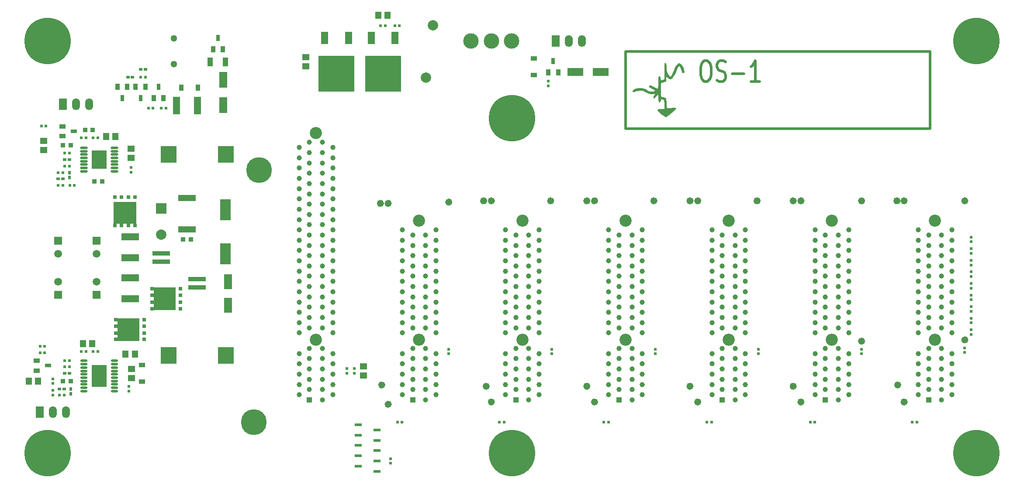
<source format=gts>
G04 #@! TF.FileFunction,Soldermask,Top*
%FSLAX46Y46*%
G04 Gerber Fmt 4.6, Leading zero omitted, Abs format (unit mm)*
G04 Created by KiCad (PCBNEW (2015-02-06 BZR 5407)-product) date Mon 09 Feb 2015 10:46:46 PM EST*
%MOMM*%
G01*
G04 APERTURE LIST*
%ADD10C,0.100000*%
%ADD11C,0.700000*%
%ADD12C,0.500000*%
%ADD13C,0.002540*%
%ADD14C,2.350000*%
%ADD15C,1.000000*%
%ADD16R,1.000000X1.000000*%
%ADD17C,2.000000*%
%ADD18R,3.100000X3.300000*%
%ADD19C,3.000000*%
%ADD20R,1.200000X0.900000*%
%ADD21R,0.900000X0.950000*%
%ADD22R,1.150000X1.450000*%
%ADD23R,1.450000X1.150000*%
%ADD24R,0.650000X0.600000*%
%ADD25R,0.600000X0.650000*%
%ADD26R,1.600000X3.000000*%
%ADD27R,2.100000X4.100000*%
%ADD28R,1.600000X3.150000*%
%ADD29R,0.900000X1.200000*%
%ADD30R,0.900000X1.300000*%
%ADD31R,0.800000X1.300000*%
%ADD32C,9.000000*%
%ADD33R,1.450000X2.450000*%
%ADD34R,6.950000X6.950000*%
%ADD35R,1.300000X0.900000*%
%ADD36R,1.300000X0.800000*%
%ADD37R,0.600000X0.600000*%
%ADD38R,3.450000X0.950000*%
%ADD39R,1.050000X1.800000*%
%ADD40R,3.500000X1.400000*%
%ADD41R,1.400000X3.500000*%
%ADD42R,1.450000X0.600000*%
%ADD43R,1.998980X1.998980*%
%ADD44C,1.998980*%
%ADD45R,1.524000X2.286000*%
%ADD46O,1.524000X2.286000*%
%ADD47R,3.150000X1.600000*%
%ADD48R,1.500000X1.500000*%
%ADD49C,1.500000*%
%ADD50R,4.295000X4.510000*%
%ADD51R,0.675000X0.675000*%
%ADD52R,0.655000X0.675000*%
%ADD53R,0.750000X0.675000*%
%ADD54R,4.510000X4.295000*%
%ADD55R,0.675000X0.655000*%
%ADD56R,0.675000X0.750000*%
%ADD57C,1.300000*%
%ADD58O,1.450000X0.450000*%
%ADD59R,3.000000X4.200000*%
%ADD60O,1.500000X0.450000*%
%ADD61R,2.900000X3.550000*%
%ADD62R,3.400000X1.250000*%
%ADD63C,5.000000*%
G04 APERTURE END LIST*
D10*
D11*
X213103553Y-123000000D02*
G75*
G03X213103553Y-123000000I-353553J0D01*
G01*
X193103553Y-123250000D02*
G75*
G03X193103553Y-123250000I-353553J0D01*
G01*
X199953553Y-96000000D02*
G75*
G03X199953553Y-96000000I-353553J0D01*
G01*
X193103553Y-96000000D02*
G75*
G03X193103553Y-96000000I-353553J0D01*
G01*
X201353553Y-96000000D02*
G75*
G03X201353553Y-96000000I-353553J0D01*
G01*
X213103553Y-96000000D02*
G75*
G03X213103553Y-96000000I-353553J0D01*
G01*
X181353553Y-96000000D02*
G75*
G03X181353553Y-96000000I-353553J0D01*
G01*
X179853553Y-96000000D02*
G75*
G03X179853553Y-96000000I-353553J0D01*
G01*
X113103553Y-96250000D02*
G75*
G03X113103553Y-96250000I-353553J0D01*
G01*
X119853553Y-96000000D02*
G75*
G03X119853553Y-96000000I-353553J0D01*
G01*
X132853553Y-96000000D02*
G75*
G03X132853553Y-96000000I-353553J0D01*
G01*
X121353553Y-96000000D02*
G75*
G03X121353553Y-96000000I-353553J0D01*
G01*
X152853553Y-96000000D02*
G75*
G03X152853553Y-96000000I-353553J0D01*
G01*
X159853553Y-96000000D02*
G75*
G03X159853553Y-96000000I-353553J0D01*
G01*
X141353553Y-96000000D02*
G75*
G03X141353553Y-96000000I-353553J0D01*
G01*
X139853553Y-96000000D02*
G75*
G03X139853553Y-96000000I-353553J0D01*
G01*
X161353553Y-96000000D02*
G75*
G03X161353553Y-96000000I-353553J0D01*
G01*
X172853553Y-96000000D02*
G75*
G03X172853553Y-96000000I-353553J0D01*
G01*
X141353553Y-135050000D02*
G75*
G03X141353553Y-135050000I-353553J0D01*
G01*
X159853553Y-132000000D02*
G75*
G03X159853553Y-132000000I-353553J0D01*
G01*
X99853553Y-96500000D02*
G75*
G03X99853553Y-96500000I-353553J0D01*
G01*
X101353553Y-96500000D02*
G75*
G03X101353553Y-96500000I-353553J0D01*
G01*
X201353553Y-135050000D02*
G75*
G03X201353553Y-135050000I-353553J0D01*
G01*
X200103553Y-131750000D02*
G75*
G03X200103553Y-131750000I-353553J0D01*
G01*
X101353553Y-135500000D02*
G75*
G03X101353553Y-135500000I-353553J0D01*
G01*
X161353553Y-135050000D02*
G75*
G03X161353553Y-135050000I-353553J0D01*
G01*
X181353553Y-135050000D02*
G75*
G03X181353553Y-135050000I-353553J0D01*
G01*
X179853553Y-132000000D02*
G75*
G03X179853553Y-132000000I-353553J0D01*
G01*
X120353553Y-132000000D02*
G75*
G03X120353553Y-132000000I-353553J0D01*
G01*
X100103553Y-131750000D02*
G75*
G03X100103553Y-131750000I-353553J0D01*
G01*
X121353553Y-135050000D02*
G75*
G03X121353553Y-135050000I-353553J0D01*
G01*
X139853553Y-132000000D02*
G75*
G03X139853553Y-132000000I-353553J0D01*
G01*
D12*
X147000000Y-82000000D02*
X206000000Y-82000000D01*
X147000000Y-67000000D02*
X147000000Y-82000000D01*
X206000000Y-67000000D02*
X147000000Y-67000000D01*
X206000000Y-82000000D02*
X206000000Y-67000000D01*
X162285714Y-68809524D02*
X162857143Y-68809524D01*
X163142857Y-69000000D01*
X163428571Y-69380952D01*
X163571429Y-70142857D01*
X163571429Y-71476190D01*
X163428571Y-72238095D01*
X163142857Y-72619048D01*
X162857143Y-72809524D01*
X162285714Y-72809524D01*
X162000000Y-72619048D01*
X161714286Y-72238095D01*
X161571429Y-71476190D01*
X161571429Y-70142857D01*
X161714286Y-69380952D01*
X162000000Y-69000000D01*
X162285714Y-68809524D01*
X164714286Y-72619048D02*
X165142857Y-72809524D01*
X165857143Y-72809524D01*
X166142857Y-72619048D01*
X166285714Y-72428571D01*
X166428571Y-72047619D01*
X166428571Y-71666667D01*
X166285714Y-71285714D01*
X166142857Y-71095238D01*
X165857143Y-70904762D01*
X165285714Y-70714286D01*
X165000000Y-70523810D01*
X164857143Y-70333333D01*
X164714286Y-69952381D01*
X164714286Y-69571429D01*
X164857143Y-69190476D01*
X165000000Y-69000000D01*
X165285714Y-68809524D01*
X166000000Y-68809524D01*
X166428571Y-69000000D01*
X167714286Y-71285714D02*
X170000000Y-71285714D01*
X173000000Y-72809524D02*
X171285715Y-72809524D01*
X172142857Y-72809524D02*
X172142857Y-68809524D01*
X171857143Y-69380952D01*
X171571429Y-69761905D01*
X171285715Y-69952381D01*
D13*
G36*
X158326000Y-70916060D02*
X158275200Y-71078620D01*
X158158360Y-71124340D01*
X158031360Y-71058300D01*
X157942460Y-70885580D01*
X157939920Y-70880500D01*
X157845940Y-70524900D01*
X157724020Y-70197240D01*
X157594480Y-69943240D01*
X157508120Y-69831480D01*
X157398900Y-69775600D01*
X157289680Y-69831480D01*
X157183000Y-69945780D01*
X157035680Y-70164220D01*
X156893440Y-70451240D01*
X156845180Y-70578240D01*
X156733420Y-70862720D01*
X156578480Y-71223400D01*
X156415920Y-71581540D01*
X156410840Y-71591700D01*
X156169540Y-72008260D01*
X155925700Y-72259720D01*
X155671700Y-72341000D01*
X155402460Y-72257180D01*
X155120520Y-72008260D01*
X155084960Y-71965080D01*
X154861440Y-71703460D01*
X154836040Y-72229240D01*
X154813180Y-72755020D01*
X154282320Y-72922660D01*
X153754000Y-73092840D01*
X153754000Y-74421260D01*
X153754000Y-75752220D01*
X153987680Y-75808100D01*
X154234060Y-75869060D01*
X154513460Y-75940180D01*
X154526160Y-75942720D01*
X154830960Y-76024000D01*
X154874140Y-76999360D01*
X154894460Y-77390520D01*
X154917320Y-77713100D01*
X154940180Y-77934080D01*
X154957960Y-78017900D01*
X155057020Y-78030600D01*
X155280540Y-78022980D01*
X155592960Y-78000120D01*
X155752980Y-77987420D01*
X156174620Y-77949320D01*
X156456560Y-77941700D01*
X156621660Y-77967100D01*
X156700400Y-78025520D01*
X156718180Y-78104260D01*
X156652140Y-78200780D01*
X156481960Y-78373500D01*
X156233040Y-78594480D01*
X155935860Y-78845940D01*
X155618360Y-79097400D01*
X155313560Y-79331080D01*
X155051940Y-79516500D01*
X154858900Y-79635880D01*
X154780160Y-79663820D01*
X154658240Y-79615560D01*
X154437260Y-79480940D01*
X154150240Y-79287900D01*
X153898780Y-79102480D01*
X153581280Y-78845940D01*
X153337440Y-78624960D01*
X153190120Y-78459860D01*
X153162180Y-78393820D01*
X153243460Y-78276980D01*
X153479680Y-78193160D01*
X153865760Y-78149980D01*
X154155320Y-78142360D01*
X154516000Y-78139820D01*
X154516000Y-77255900D01*
X154510920Y-76887600D01*
X154495680Y-76587880D01*
X154472820Y-76392300D01*
X154452500Y-76336420D01*
X154333120Y-76298320D01*
X154122300Y-76252600D01*
X154071500Y-76242440D01*
X153865760Y-76214500D01*
X153774320Y-76250060D01*
X153754000Y-76379600D01*
X153754000Y-76445640D01*
X153710820Y-76638680D01*
X153609220Y-76768220D01*
X153489840Y-76791080D01*
X153449200Y-76763140D01*
X153426340Y-76666620D01*
X153395860Y-76438020D01*
X153365380Y-76117980D01*
X153347600Y-75886840D01*
X153289180Y-75051180D01*
X153007240Y-75536320D01*
X152798960Y-75851280D01*
X152628780Y-76006220D01*
X152562740Y-76024000D01*
X152428120Y-75965580D01*
X152412880Y-75805560D01*
X152511940Y-75564260D01*
X152567820Y-75472820D01*
X152697360Y-75262000D01*
X152710060Y-75160400D01*
X152590680Y-75152780D01*
X152384940Y-75198500D01*
X151960760Y-75239140D01*
X151501020Y-75137540D01*
X150987940Y-74896240D01*
X150863480Y-74822580D01*
X150325000Y-74581280D01*
X149768740Y-74505080D01*
X149189620Y-74599060D01*
X149011820Y-74660020D01*
X148684160Y-74779400D01*
X148480960Y-74825120D01*
X148374280Y-74804800D01*
X148336180Y-74710820D01*
X148336180Y-74665100D01*
X148417460Y-74502540D01*
X148666380Y-74355220D01*
X149070240Y-74220600D01*
X149458860Y-74136780D01*
X149977020Y-74096140D01*
X150472320Y-74185040D01*
X150987940Y-74411100D01*
X151168280Y-74515240D01*
X151460380Y-74670180D01*
X151752480Y-74781940D01*
X151899800Y-74817500D01*
X152136020Y-74820040D01*
X152390020Y-74784480D01*
X152611000Y-74720980D01*
X152753240Y-74644780D01*
X152773560Y-74576200D01*
X152679580Y-74500000D01*
X152473840Y-74378080D01*
X152196980Y-74228220D01*
X152138560Y-74200280D01*
X151810900Y-74022480D01*
X151622940Y-73880240D01*
X151554360Y-73758320D01*
X151551820Y-73735460D01*
X151579760Y-73618620D01*
X151678820Y-73580520D01*
X151864240Y-73621160D01*
X152153800Y-73748160D01*
X152539880Y-73948820D01*
X152847220Y-74113920D01*
X153096140Y-74243460D01*
X153251080Y-74317120D01*
X153284100Y-74329820D01*
X153301880Y-74251080D01*
X153317120Y-74030100D01*
X153332360Y-73699900D01*
X153345060Y-73290960D01*
X153350140Y-73082680D01*
X153360300Y-72597540D01*
X153373000Y-72257180D01*
X153390780Y-72036200D01*
X153418720Y-71909200D01*
X153459360Y-71850780D01*
X153520320Y-71833000D01*
X153543180Y-71833000D01*
X153647320Y-71860940D01*
X153705740Y-71967620D01*
X153733680Y-72201300D01*
X153736220Y-72234320D01*
X153761620Y-72468000D01*
X153794640Y-72615320D01*
X153812420Y-72635640D01*
X153916560Y-72615320D01*
X154119760Y-72559440D01*
X154188340Y-72539120D01*
X154516000Y-72440060D01*
X154516000Y-70844940D01*
X154516000Y-70288680D01*
X154521080Y-69879740D01*
X154528700Y-69595260D01*
X154546480Y-69412380D01*
X154574420Y-69308240D01*
X154612520Y-69262520D01*
X154668400Y-69249820D01*
X154686180Y-69249820D01*
X154767460Y-69265060D01*
X154818260Y-69328560D01*
X154843660Y-69475880D01*
X154853820Y-69740040D01*
X154853820Y-69948320D01*
X154863980Y-70342020D01*
X154902080Y-70636660D01*
X154985900Y-70903360D01*
X155095120Y-71154820D01*
X155250060Y-71444380D01*
X155405000Y-71688220D01*
X155511680Y-71817760D01*
X155641220Y-71916820D01*
X155737740Y-71901580D01*
X155854580Y-71787280D01*
X155956180Y-71632340D01*
X156090800Y-71360560D01*
X156240660Y-71017660D01*
X156334640Y-70778900D01*
X156596260Y-70161680D01*
X156852800Y-69717180D01*
X157109340Y-69437780D01*
X157363340Y-69328560D01*
X157617340Y-69389520D01*
X157851020Y-69592720D01*
X158018660Y-69864500D01*
X158173600Y-70227720D01*
X158285360Y-70606180D01*
X158326000Y-70916060D01*
X158326000Y-70916060D01*
X158326000Y-70916060D01*
G37*
X158326000Y-70916060D02*
X158275200Y-71078620D01*
X158158360Y-71124340D01*
X158031360Y-71058300D01*
X157942460Y-70885580D01*
X157939920Y-70880500D01*
X157845940Y-70524900D01*
X157724020Y-70197240D01*
X157594480Y-69943240D01*
X157508120Y-69831480D01*
X157398900Y-69775600D01*
X157289680Y-69831480D01*
X157183000Y-69945780D01*
X157035680Y-70164220D01*
X156893440Y-70451240D01*
X156845180Y-70578240D01*
X156733420Y-70862720D01*
X156578480Y-71223400D01*
X156415920Y-71581540D01*
X156410840Y-71591700D01*
X156169540Y-72008260D01*
X155925700Y-72259720D01*
X155671700Y-72341000D01*
X155402460Y-72257180D01*
X155120520Y-72008260D01*
X155084960Y-71965080D01*
X154861440Y-71703460D01*
X154836040Y-72229240D01*
X154813180Y-72755020D01*
X154282320Y-72922660D01*
X153754000Y-73092840D01*
X153754000Y-74421260D01*
X153754000Y-75752220D01*
X153987680Y-75808100D01*
X154234060Y-75869060D01*
X154513460Y-75940180D01*
X154526160Y-75942720D01*
X154830960Y-76024000D01*
X154874140Y-76999360D01*
X154894460Y-77390520D01*
X154917320Y-77713100D01*
X154940180Y-77934080D01*
X154957960Y-78017900D01*
X155057020Y-78030600D01*
X155280540Y-78022980D01*
X155592960Y-78000120D01*
X155752980Y-77987420D01*
X156174620Y-77949320D01*
X156456560Y-77941700D01*
X156621660Y-77967100D01*
X156700400Y-78025520D01*
X156718180Y-78104260D01*
X156652140Y-78200780D01*
X156481960Y-78373500D01*
X156233040Y-78594480D01*
X155935860Y-78845940D01*
X155618360Y-79097400D01*
X155313560Y-79331080D01*
X155051940Y-79516500D01*
X154858900Y-79635880D01*
X154780160Y-79663820D01*
X154658240Y-79615560D01*
X154437260Y-79480940D01*
X154150240Y-79287900D01*
X153898780Y-79102480D01*
X153581280Y-78845940D01*
X153337440Y-78624960D01*
X153190120Y-78459860D01*
X153162180Y-78393820D01*
X153243460Y-78276980D01*
X153479680Y-78193160D01*
X153865760Y-78149980D01*
X154155320Y-78142360D01*
X154516000Y-78139820D01*
X154516000Y-77255900D01*
X154510920Y-76887600D01*
X154495680Y-76587880D01*
X154472820Y-76392300D01*
X154452500Y-76336420D01*
X154333120Y-76298320D01*
X154122300Y-76252600D01*
X154071500Y-76242440D01*
X153865760Y-76214500D01*
X153774320Y-76250060D01*
X153754000Y-76379600D01*
X153754000Y-76445640D01*
X153710820Y-76638680D01*
X153609220Y-76768220D01*
X153489840Y-76791080D01*
X153449200Y-76763140D01*
X153426340Y-76666620D01*
X153395860Y-76438020D01*
X153365380Y-76117980D01*
X153347600Y-75886840D01*
X153289180Y-75051180D01*
X153007240Y-75536320D01*
X152798960Y-75851280D01*
X152628780Y-76006220D01*
X152562740Y-76024000D01*
X152428120Y-75965580D01*
X152412880Y-75805560D01*
X152511940Y-75564260D01*
X152567820Y-75472820D01*
X152697360Y-75262000D01*
X152710060Y-75160400D01*
X152590680Y-75152780D01*
X152384940Y-75198500D01*
X151960760Y-75239140D01*
X151501020Y-75137540D01*
X150987940Y-74896240D01*
X150863480Y-74822580D01*
X150325000Y-74581280D01*
X149768740Y-74505080D01*
X149189620Y-74599060D01*
X149011820Y-74660020D01*
X148684160Y-74779400D01*
X148480960Y-74825120D01*
X148374280Y-74804800D01*
X148336180Y-74710820D01*
X148336180Y-74665100D01*
X148417460Y-74502540D01*
X148666380Y-74355220D01*
X149070240Y-74220600D01*
X149458860Y-74136780D01*
X149977020Y-74096140D01*
X150472320Y-74185040D01*
X150987940Y-74411100D01*
X151168280Y-74515240D01*
X151460380Y-74670180D01*
X151752480Y-74781940D01*
X151899800Y-74817500D01*
X152136020Y-74820040D01*
X152390020Y-74784480D01*
X152611000Y-74720980D01*
X152753240Y-74644780D01*
X152773560Y-74576200D01*
X152679580Y-74500000D01*
X152473840Y-74378080D01*
X152196980Y-74228220D01*
X152138560Y-74200280D01*
X151810900Y-74022480D01*
X151622940Y-73880240D01*
X151554360Y-73758320D01*
X151551820Y-73735460D01*
X151579760Y-73618620D01*
X151678820Y-73580520D01*
X151864240Y-73621160D01*
X152153800Y-73748160D01*
X152539880Y-73948820D01*
X152847220Y-74113920D01*
X153096140Y-74243460D01*
X153251080Y-74317120D01*
X153284100Y-74329820D01*
X153301880Y-74251080D01*
X153317120Y-74030100D01*
X153332360Y-73699900D01*
X153345060Y-73290960D01*
X153350140Y-73082680D01*
X153360300Y-72597540D01*
X153373000Y-72257180D01*
X153390780Y-72036200D01*
X153418720Y-71909200D01*
X153459360Y-71850780D01*
X153520320Y-71833000D01*
X153543180Y-71833000D01*
X153647320Y-71860940D01*
X153705740Y-71967620D01*
X153733680Y-72201300D01*
X153736220Y-72234320D01*
X153761620Y-72468000D01*
X153794640Y-72615320D01*
X153812420Y-72635640D01*
X153916560Y-72615320D01*
X154119760Y-72559440D01*
X154188340Y-72539120D01*
X154516000Y-72440060D01*
X154516000Y-70844940D01*
X154516000Y-70288680D01*
X154521080Y-69879740D01*
X154528700Y-69595260D01*
X154546480Y-69412380D01*
X154574420Y-69308240D01*
X154612520Y-69262520D01*
X154668400Y-69249820D01*
X154686180Y-69249820D01*
X154767460Y-69265060D01*
X154818260Y-69328560D01*
X154843660Y-69475880D01*
X154853820Y-69740040D01*
X154853820Y-69948320D01*
X154863980Y-70342020D01*
X154902080Y-70636660D01*
X154985900Y-70903360D01*
X155095120Y-71154820D01*
X155250060Y-71444380D01*
X155405000Y-71688220D01*
X155511680Y-71817760D01*
X155641220Y-71916820D01*
X155737740Y-71901580D01*
X155854580Y-71787280D01*
X155956180Y-71632340D01*
X156090800Y-71360560D01*
X156240660Y-71017660D01*
X156334640Y-70778900D01*
X156596260Y-70161680D01*
X156852800Y-69717180D01*
X157109340Y-69437780D01*
X157363340Y-69328560D01*
X157617340Y-69389520D01*
X157851020Y-69592720D01*
X158018660Y-69864500D01*
X158173600Y-70227720D01*
X158285360Y-70606180D01*
X158326000Y-70916060D01*
X158326000Y-70916060D01*
D14*
X167000000Y-123000000D03*
D15*
X168250000Y-134650000D03*
X170250000Y-133650000D03*
X168250000Y-132650000D03*
X170250000Y-131650000D03*
X168250000Y-130650000D03*
X170250000Y-129650000D03*
X168250000Y-128650000D03*
X170250000Y-127650000D03*
X168250000Y-126650000D03*
X170250000Y-125650000D03*
X168250000Y-124650000D03*
D16*
X165750000Y-134650000D03*
D15*
X163750000Y-133650000D03*
X165750000Y-132650000D03*
X163750000Y-131650000D03*
X165750000Y-130650000D03*
X163750000Y-129650000D03*
X165750000Y-128650000D03*
X163750000Y-127650000D03*
X165750000Y-126650000D03*
X163750000Y-125650000D03*
X165750000Y-124650000D03*
X170250000Y-121650000D03*
X168250000Y-120650000D03*
X170250000Y-119650000D03*
X168250000Y-118650000D03*
X170250000Y-117650000D03*
X168250000Y-116650000D03*
X170250000Y-115650000D03*
X168250000Y-114650000D03*
X170250000Y-113650000D03*
X168250000Y-112650000D03*
X170250000Y-111650000D03*
X168250000Y-110650000D03*
X170250000Y-109650000D03*
X168250000Y-108650000D03*
X170250000Y-107650000D03*
X168250000Y-106650000D03*
X170250000Y-105650000D03*
X168250000Y-104650000D03*
X170250000Y-103650000D03*
X168250000Y-102650000D03*
X170250000Y-101650000D03*
X163750000Y-121650000D03*
X165750000Y-120650000D03*
X163750000Y-119650000D03*
X165750000Y-118650000D03*
X163750000Y-117650000D03*
X165750000Y-116650000D03*
X163750000Y-115650000D03*
X165750000Y-114650000D03*
X163750000Y-113650000D03*
X165750000Y-112650000D03*
X163750000Y-111650000D03*
X165750000Y-110650000D03*
X163750000Y-109650000D03*
X165750000Y-108650000D03*
X163750000Y-107650000D03*
X165750000Y-106650000D03*
X163750000Y-105650000D03*
X165750000Y-104650000D03*
X163750000Y-103650000D03*
X165750000Y-102650000D03*
X163750000Y-101650000D03*
D14*
X167000000Y-99850000D03*
X147000000Y-123000000D03*
D15*
X148250000Y-134650000D03*
X150250000Y-133650000D03*
X148250000Y-132650000D03*
X150250000Y-131650000D03*
X148250000Y-130650000D03*
X150250000Y-129650000D03*
X148250000Y-128650000D03*
X150250000Y-127650000D03*
X148250000Y-126650000D03*
X150250000Y-125650000D03*
X148250000Y-124650000D03*
D16*
X145750000Y-134650000D03*
D15*
X143750000Y-133650000D03*
X145750000Y-132650000D03*
X143750000Y-131650000D03*
X145750000Y-130650000D03*
X143750000Y-129650000D03*
X145750000Y-128650000D03*
X143750000Y-127650000D03*
X145750000Y-126650000D03*
X143750000Y-125650000D03*
X145750000Y-124650000D03*
X150250000Y-121650000D03*
X148250000Y-120650000D03*
X150250000Y-119650000D03*
X148250000Y-118650000D03*
X150250000Y-117650000D03*
X148250000Y-116650000D03*
X150250000Y-115650000D03*
X148250000Y-114650000D03*
X150250000Y-113650000D03*
X148250000Y-112650000D03*
X150250000Y-111650000D03*
X148250000Y-110650000D03*
X150250000Y-109650000D03*
X148250000Y-108650000D03*
X150250000Y-107650000D03*
X148250000Y-106650000D03*
X150250000Y-105650000D03*
X148250000Y-104650000D03*
X150250000Y-103650000D03*
X148250000Y-102650000D03*
X150250000Y-101650000D03*
X143750000Y-121650000D03*
X145750000Y-120650000D03*
X143750000Y-119650000D03*
X145750000Y-118650000D03*
X143750000Y-117650000D03*
X145750000Y-116650000D03*
X143750000Y-115650000D03*
X145750000Y-114650000D03*
X143750000Y-113650000D03*
X145750000Y-112650000D03*
X143750000Y-111650000D03*
X145750000Y-110650000D03*
X143750000Y-109650000D03*
X145750000Y-108650000D03*
X143750000Y-107650000D03*
X145750000Y-106650000D03*
X143750000Y-105650000D03*
X145750000Y-104650000D03*
X143750000Y-103650000D03*
X145750000Y-102650000D03*
X143750000Y-101650000D03*
D14*
X147000000Y-99850000D03*
D17*
X109700000Y-61900000D03*
X108300000Y-72100000D03*
D18*
X69550000Y-126000000D03*
X58450000Y-126000000D03*
D19*
X124960000Y-65000000D03*
X121000000Y-65000000D03*
X117040000Y-65000000D03*
D14*
X127000000Y-123000000D03*
D15*
X128250000Y-134650000D03*
X130250000Y-133650000D03*
X128250000Y-132650000D03*
X130250000Y-131650000D03*
X128250000Y-130650000D03*
X130250000Y-129650000D03*
X128250000Y-128650000D03*
X130250000Y-127650000D03*
X128250000Y-126650000D03*
X130250000Y-125650000D03*
X128250000Y-124650000D03*
D16*
X125750000Y-134650000D03*
D15*
X123750000Y-133650000D03*
X125750000Y-132650000D03*
X123750000Y-131650000D03*
X125750000Y-130650000D03*
X123750000Y-129650000D03*
X125750000Y-128650000D03*
X123750000Y-127650000D03*
X125750000Y-126650000D03*
X123750000Y-125650000D03*
X125750000Y-124650000D03*
X130250000Y-121650000D03*
X128250000Y-120650000D03*
X130250000Y-119650000D03*
X128250000Y-118650000D03*
X130250000Y-117650000D03*
X128250000Y-116650000D03*
X130250000Y-115650000D03*
X128250000Y-114650000D03*
X130250000Y-113650000D03*
X128250000Y-112650000D03*
X130250000Y-111650000D03*
X128250000Y-110650000D03*
X130250000Y-109650000D03*
X128250000Y-108650000D03*
X130250000Y-107650000D03*
X128250000Y-106650000D03*
X130250000Y-105650000D03*
X128250000Y-104650000D03*
X130250000Y-103650000D03*
X128250000Y-102650000D03*
X130250000Y-101650000D03*
X123750000Y-121650000D03*
X125750000Y-120650000D03*
X123750000Y-119650000D03*
X125750000Y-118650000D03*
X123750000Y-117650000D03*
X125750000Y-116650000D03*
X123750000Y-115650000D03*
X125750000Y-114650000D03*
X123750000Y-113650000D03*
X125750000Y-112650000D03*
X123750000Y-111650000D03*
X125750000Y-110650000D03*
X123750000Y-109650000D03*
X125750000Y-108650000D03*
X123750000Y-107650000D03*
X125750000Y-106650000D03*
X123750000Y-105650000D03*
X125750000Y-104650000D03*
X123750000Y-103650000D03*
X125750000Y-102650000D03*
X123750000Y-101650000D03*
D14*
X127000000Y-99850000D03*
X87000000Y-123000000D03*
D15*
X88250000Y-134650000D03*
X90250000Y-133650000D03*
X88250000Y-132650000D03*
X90250000Y-131650000D03*
X88250000Y-130650000D03*
X90250000Y-129650000D03*
X88250000Y-128650000D03*
X90250000Y-127650000D03*
X88250000Y-126650000D03*
X90250000Y-125650000D03*
X88250000Y-124650000D03*
D16*
X85750000Y-134650000D03*
D15*
X83750000Y-133650000D03*
X85750000Y-132650000D03*
X83750000Y-131650000D03*
X85750000Y-130650000D03*
X83750000Y-129650000D03*
X85750000Y-128650000D03*
X83750000Y-127650000D03*
X85750000Y-126650000D03*
X83750000Y-125650000D03*
X85750000Y-124650000D03*
X90250000Y-121650000D03*
X88250000Y-120650000D03*
X90250000Y-119650000D03*
X88250000Y-118650000D03*
X90250000Y-117650000D03*
X88250000Y-116650000D03*
X90250000Y-115650000D03*
X88250000Y-114650000D03*
X90250000Y-113650000D03*
X88250000Y-112650000D03*
X90250000Y-111650000D03*
X88250000Y-110650000D03*
X90250000Y-109650000D03*
X88250000Y-108650000D03*
X90250000Y-107650000D03*
X88250000Y-106650000D03*
X90250000Y-105650000D03*
X88250000Y-104650000D03*
X90250000Y-103650000D03*
X88250000Y-102650000D03*
X90250000Y-101650000D03*
X88250000Y-100650000D03*
X90250000Y-99650000D03*
X88250000Y-98650000D03*
X90250000Y-97650000D03*
X88250000Y-96650000D03*
X90250000Y-95650000D03*
X88250000Y-94650000D03*
X90250000Y-93650000D03*
X88250000Y-92650000D03*
X90250000Y-91650000D03*
X88250000Y-90650000D03*
X90250000Y-89650000D03*
X88250000Y-88650000D03*
X90250000Y-87650000D03*
X88250000Y-86650000D03*
X90250000Y-85650000D03*
X88250000Y-84650000D03*
X83750000Y-121650000D03*
X85750000Y-120650000D03*
X83750000Y-119650000D03*
X85750000Y-118650000D03*
X83750000Y-117650000D03*
X85750000Y-116650000D03*
X83750000Y-115650000D03*
X85750000Y-114650000D03*
X83750000Y-113650000D03*
X85750000Y-112650000D03*
X83750000Y-111650000D03*
X85750000Y-110650000D03*
X83750000Y-109650000D03*
X85750000Y-108650000D03*
X83750000Y-107650000D03*
X85750000Y-106650000D03*
X83750000Y-105650000D03*
X85750000Y-104650000D03*
X83750000Y-103650000D03*
X85750000Y-102650000D03*
X83750000Y-101650000D03*
X85750000Y-100650000D03*
X83750000Y-99650000D03*
X85750000Y-98650000D03*
X83750000Y-97650000D03*
X85750000Y-96650000D03*
X83750000Y-95650000D03*
X85750000Y-94650000D03*
X83750000Y-93650000D03*
X85750000Y-92650000D03*
X83750000Y-91650000D03*
X85750000Y-90650000D03*
X83750000Y-89650000D03*
X85750000Y-88650000D03*
X83750000Y-87650000D03*
X85750000Y-86650000D03*
X83750000Y-85650000D03*
X85750000Y-84650000D03*
D14*
X87000000Y-82850000D03*
X187000000Y-123000000D03*
D15*
X188250000Y-134650000D03*
X190250000Y-133650000D03*
X188250000Y-132650000D03*
X190250000Y-131650000D03*
X188250000Y-130650000D03*
X190250000Y-129650000D03*
X188250000Y-128650000D03*
X190250000Y-127650000D03*
X188250000Y-126650000D03*
X190250000Y-125650000D03*
X188250000Y-124650000D03*
D16*
X185750000Y-134650000D03*
D15*
X183750000Y-133650000D03*
X185750000Y-132650000D03*
X183750000Y-131650000D03*
X185750000Y-130650000D03*
X183750000Y-129650000D03*
X185750000Y-128650000D03*
X183750000Y-127650000D03*
X185750000Y-126650000D03*
X183750000Y-125650000D03*
X185750000Y-124650000D03*
X190250000Y-121650000D03*
X188250000Y-120650000D03*
X190250000Y-119650000D03*
X188250000Y-118650000D03*
X190250000Y-117650000D03*
X188250000Y-116650000D03*
X190250000Y-115650000D03*
X188250000Y-114650000D03*
X190250000Y-113650000D03*
X188250000Y-112650000D03*
X190250000Y-111650000D03*
X188250000Y-110650000D03*
X190250000Y-109650000D03*
X188250000Y-108650000D03*
X190250000Y-107650000D03*
X188250000Y-106650000D03*
X190250000Y-105650000D03*
X188250000Y-104650000D03*
X190250000Y-103650000D03*
X188250000Y-102650000D03*
X190250000Y-101650000D03*
X183750000Y-121650000D03*
X185750000Y-120650000D03*
X183750000Y-119650000D03*
X185750000Y-118650000D03*
X183750000Y-117650000D03*
X185750000Y-116650000D03*
X183750000Y-115650000D03*
X185750000Y-114650000D03*
X183750000Y-113650000D03*
X185750000Y-112650000D03*
X183750000Y-111650000D03*
X185750000Y-110650000D03*
X183750000Y-109650000D03*
X185750000Y-108650000D03*
X183750000Y-107650000D03*
X185750000Y-106650000D03*
X183750000Y-105650000D03*
X185750000Y-104650000D03*
X183750000Y-103650000D03*
X185750000Y-102650000D03*
X183750000Y-101650000D03*
D14*
X187000000Y-99850000D03*
D20*
X53250000Y-127900000D03*
X53250000Y-131100000D03*
D14*
X207000000Y-123000000D03*
D15*
X208250000Y-134650000D03*
X210250000Y-133650000D03*
X208250000Y-132650000D03*
X210250000Y-131650000D03*
X208250000Y-130650000D03*
X210250000Y-129650000D03*
X208250000Y-128650000D03*
X210250000Y-127650000D03*
X208250000Y-126650000D03*
X210250000Y-125650000D03*
X208250000Y-124650000D03*
D16*
X205750000Y-134650000D03*
D15*
X203750000Y-133650000D03*
X205750000Y-132650000D03*
X203750000Y-131650000D03*
X205750000Y-130650000D03*
X203750000Y-129650000D03*
X205750000Y-128650000D03*
X203750000Y-127650000D03*
X205750000Y-126650000D03*
X203750000Y-125650000D03*
X205750000Y-124650000D03*
X210250000Y-121650000D03*
X208250000Y-120650000D03*
X210250000Y-119650000D03*
X208250000Y-118650000D03*
X210250000Y-117650000D03*
X208250000Y-116650000D03*
X210250000Y-115650000D03*
X208250000Y-114650000D03*
X210250000Y-113650000D03*
X208250000Y-112650000D03*
X210250000Y-111650000D03*
X208250000Y-110650000D03*
X210250000Y-109650000D03*
X208250000Y-108650000D03*
X210250000Y-107650000D03*
X208250000Y-106650000D03*
X210250000Y-105650000D03*
X208250000Y-104650000D03*
X210250000Y-103650000D03*
X208250000Y-102650000D03*
X210250000Y-101650000D03*
X203750000Y-121650000D03*
X205750000Y-120650000D03*
X203750000Y-119650000D03*
X205750000Y-118650000D03*
X203750000Y-117650000D03*
X205750000Y-116650000D03*
X203750000Y-115650000D03*
X205750000Y-114650000D03*
X203750000Y-113650000D03*
X205750000Y-112650000D03*
X203750000Y-111650000D03*
X205750000Y-110650000D03*
X203750000Y-109650000D03*
X205750000Y-108650000D03*
X203750000Y-107650000D03*
X205750000Y-106650000D03*
X203750000Y-105650000D03*
X205750000Y-104650000D03*
X203750000Y-103650000D03*
X205750000Y-102650000D03*
X203750000Y-101650000D03*
D14*
X207000000Y-99850000D03*
X107000000Y-123000000D03*
D15*
X108250000Y-134650000D03*
X110250000Y-133650000D03*
X108250000Y-132650000D03*
X110250000Y-131650000D03*
X108250000Y-130650000D03*
X110250000Y-129650000D03*
X108250000Y-128650000D03*
X110250000Y-127650000D03*
X108250000Y-126650000D03*
X110250000Y-125650000D03*
X108250000Y-124650000D03*
D16*
X105750000Y-134650000D03*
D15*
X103750000Y-133650000D03*
X105750000Y-132650000D03*
X103750000Y-131650000D03*
X105750000Y-130650000D03*
X103750000Y-129650000D03*
X105750000Y-128650000D03*
X103750000Y-127650000D03*
X105750000Y-126650000D03*
X103750000Y-125650000D03*
X105750000Y-124650000D03*
X110250000Y-121650000D03*
X108250000Y-120650000D03*
X110250000Y-119650000D03*
X108250000Y-118650000D03*
X110250000Y-117650000D03*
X108250000Y-116650000D03*
X110250000Y-115650000D03*
X108250000Y-114650000D03*
X110250000Y-113650000D03*
X108250000Y-112650000D03*
X110250000Y-111650000D03*
X108250000Y-110650000D03*
X110250000Y-109650000D03*
X108250000Y-108650000D03*
X110250000Y-107650000D03*
X108250000Y-106650000D03*
X110250000Y-105650000D03*
X108250000Y-104650000D03*
X110250000Y-103650000D03*
X108250000Y-102650000D03*
X110250000Y-101650000D03*
X103750000Y-121650000D03*
X105750000Y-120650000D03*
X103750000Y-119650000D03*
X105750000Y-118650000D03*
X103750000Y-117650000D03*
X105750000Y-116650000D03*
X103750000Y-115650000D03*
X105750000Y-114650000D03*
X103750000Y-113650000D03*
X105750000Y-112650000D03*
X103750000Y-111650000D03*
X105750000Y-110650000D03*
X103750000Y-109650000D03*
X105750000Y-108650000D03*
X103750000Y-107650000D03*
X105750000Y-106650000D03*
X103750000Y-105650000D03*
X105750000Y-104650000D03*
X103750000Y-103650000D03*
X105750000Y-102650000D03*
X103750000Y-101650000D03*
D14*
X107000000Y-99850000D03*
D21*
X42250000Y-82250000D03*
X43750000Y-82250000D03*
D22*
X99100000Y-60000000D03*
X100900000Y-60000000D03*
D23*
X85000000Y-69900000D03*
X85000000Y-68100000D03*
D24*
X39200000Y-88000000D03*
X38300000Y-88000000D03*
X39200000Y-129500000D03*
X38300000Y-129500000D03*
D25*
X39500000Y-133450000D03*
X39500000Y-132550000D03*
X39250000Y-90550000D03*
X39250000Y-91450000D03*
D21*
X45550000Y-92200000D03*
X44050000Y-92200000D03*
X39500000Y-85250000D03*
X38000000Y-85250000D03*
D22*
X41850000Y-123750000D03*
X43650000Y-123750000D03*
D21*
X39500000Y-131000000D03*
X38000000Y-131000000D03*
D24*
X37300000Y-132500000D03*
X38200000Y-132500000D03*
X37050000Y-91750000D03*
X37950000Y-91750000D03*
D22*
X51900000Y-125750000D03*
X50100000Y-125750000D03*
D23*
X51200000Y-85900000D03*
X51200000Y-87700000D03*
X51250000Y-130400000D03*
X51250000Y-128600000D03*
D22*
X48150000Y-83500000D03*
X46350000Y-83500000D03*
D21*
X62750000Y-103500000D03*
X61250000Y-103500000D03*
D26*
X70000000Y-116250000D03*
X70000000Y-111750000D03*
D27*
X69500000Y-97750000D03*
X69500000Y-106250000D03*
D24*
X51450000Y-72000000D03*
X50550000Y-72000000D03*
X53950000Y-70500000D03*
X53050000Y-70500000D03*
D28*
X69000000Y-72550000D03*
X69000000Y-77450000D03*
D29*
X60900000Y-74000000D03*
X64100000Y-74000000D03*
D30*
X50450000Y-73900000D03*
X48550000Y-73900000D03*
D31*
X49500000Y-76100000D03*
D32*
X35000000Y-145000000D03*
D15*
X38000000Y-145000000D03*
X36500000Y-147600000D03*
X33500000Y-147600000D03*
X32000000Y-145000000D03*
X33500000Y-142400000D03*
X36500000Y-142400000D03*
D32*
X215000000Y-145000000D03*
D15*
X218000000Y-145000000D03*
X216500000Y-147600000D03*
X213500000Y-147600000D03*
X212000000Y-145000000D03*
X213500000Y-142400000D03*
X216500000Y-142400000D03*
D32*
X35000000Y-65000000D03*
D15*
X38000000Y-65000000D03*
X36500000Y-67600000D03*
X33500000Y-67600000D03*
X32000000Y-65000000D03*
X33500000Y-62400000D03*
X36500000Y-62400000D03*
D32*
X215000000Y-65000000D03*
D15*
X218000000Y-65000000D03*
X216500000Y-67600000D03*
X213500000Y-67600000D03*
X212000000Y-65000000D03*
X213500000Y-62400000D03*
X216500000Y-62400000D03*
D33*
X102300000Y-64400000D03*
X97700000Y-64400000D03*
D34*
X100000000Y-71300000D03*
D33*
X93300000Y-64400000D03*
X88700000Y-64400000D03*
D34*
X91000000Y-71300000D03*
D35*
X32900000Y-127050000D03*
X32900000Y-128950000D03*
D36*
X35100000Y-128000000D03*
D35*
X37900000Y-81550000D03*
X37900000Y-83450000D03*
D36*
X40100000Y-82500000D03*
D30*
X53950000Y-73900000D03*
X52050000Y-73900000D03*
D31*
X53000000Y-76100000D03*
D30*
X55550000Y-76100000D03*
X57450000Y-76100000D03*
D31*
X56500000Y-73900000D03*
D30*
X67050000Y-66600000D03*
X68950000Y-66600000D03*
D31*
X68000000Y-64400000D03*
D37*
X192750000Y-124800000D03*
X192750000Y-125700000D03*
X212750000Y-124550000D03*
X212750000Y-125450000D03*
X203450000Y-139000000D03*
X202550000Y-139000000D03*
X163700000Y-139000000D03*
X162800000Y-139000000D03*
X183700000Y-139000000D03*
X182800000Y-139000000D03*
X143700000Y-139000000D03*
X142800000Y-139000000D03*
X123450000Y-139000000D03*
X122550000Y-139000000D03*
X103700000Y-139000000D03*
X102800000Y-139000000D03*
X99550000Y-62000000D03*
X100450000Y-62000000D03*
X34450000Y-124250000D03*
X33550000Y-124250000D03*
X102300000Y-62000000D03*
X103200000Y-62000000D03*
X34450000Y-125500000D03*
X33550000Y-125500000D03*
X33800000Y-81500000D03*
X34700000Y-81500000D03*
X38300000Y-86750000D03*
X39200000Y-86750000D03*
X38300000Y-128250000D03*
X39200000Y-128250000D03*
X36000000Y-132800000D03*
X36000000Y-133700000D03*
X39300000Y-93000000D03*
X40200000Y-93000000D03*
X39200000Y-89250000D03*
X38300000Y-89250000D03*
X36000000Y-131450000D03*
X36000000Y-130550000D03*
X37950000Y-93000000D03*
X37050000Y-93000000D03*
X39200000Y-127000000D03*
X38300000Y-127000000D03*
X38200000Y-133750000D03*
X37300000Y-133750000D03*
X37950000Y-90500000D03*
X37050000Y-90500000D03*
X41550000Y-83750000D03*
X42450000Y-83750000D03*
X41550000Y-125250000D03*
X42450000Y-125250000D03*
X43800000Y-125250000D03*
X44700000Y-125250000D03*
X43800000Y-83750000D03*
X44700000Y-83750000D03*
D38*
X64000000Y-112800000D03*
X64000000Y-111200000D03*
X57000000Y-106200000D03*
X57000000Y-107800000D03*
D37*
X53950000Y-72000000D03*
X53050000Y-72000000D03*
X57950000Y-78000000D03*
X57050000Y-78000000D03*
X55450000Y-78000000D03*
X54550000Y-78000000D03*
D39*
X69500000Y-69000000D03*
X66500000Y-69000000D03*
D37*
X112750000Y-124800000D03*
X112750000Y-125700000D03*
X132750000Y-124800000D03*
X132750000Y-125700000D03*
X152750000Y-124800000D03*
X152750000Y-125700000D03*
X172750000Y-124800000D03*
X172750000Y-125700000D03*
X214000000Y-118800000D03*
X214000000Y-119700000D03*
X214000000Y-116550000D03*
X214000000Y-117450000D03*
X214000000Y-114300000D03*
X214000000Y-115200000D03*
X214000000Y-112050000D03*
X214000000Y-112950000D03*
X214000000Y-109800000D03*
X214000000Y-110700000D03*
X214000000Y-107550000D03*
X214000000Y-108450000D03*
X214000000Y-105300000D03*
X214000000Y-106200000D03*
X214000000Y-103050000D03*
X214000000Y-103950000D03*
X214000000Y-121050000D03*
X214000000Y-121950000D03*
D18*
X69550000Y-87000000D03*
X58450000Y-87000000D03*
D40*
X51000000Y-115050000D03*
X51000000Y-110950000D03*
X51000000Y-102950000D03*
X51000000Y-107050000D03*
D41*
X59950000Y-77500000D03*
X64050000Y-77500000D03*
D42*
X98825000Y-148500000D03*
X95175000Y-147500000D03*
X98825000Y-146500000D03*
X95175000Y-145500000D03*
X98825000Y-144500000D03*
X95175000Y-143500000D03*
X98825000Y-142500000D03*
X95175000Y-141500000D03*
X98825000Y-140500000D03*
X95175000Y-139500000D03*
D37*
X50750000Y-132950000D03*
X50750000Y-132050000D03*
X51200000Y-89550000D03*
X51200000Y-90450000D03*
D43*
X57000000Y-97460000D03*
D44*
X57000000Y-102540000D03*
D37*
X101500000Y-146950000D03*
X101500000Y-146050000D03*
X94400000Y-129450000D03*
X94400000Y-128550000D03*
X93000000Y-129450000D03*
X93000000Y-128550000D03*
D23*
X96200000Y-128100000D03*
X96200000Y-129900000D03*
D22*
X31350000Y-131000000D03*
X33150000Y-131000000D03*
D23*
X34250000Y-86150000D03*
X34250000Y-84350000D03*
D45*
X33460000Y-137000000D03*
D46*
X36000000Y-137000000D03*
X38540000Y-137000000D03*
D45*
X37960000Y-77250000D03*
D46*
X40500000Y-77250000D03*
X43040000Y-77250000D03*
D20*
X129250000Y-71600000D03*
X129250000Y-68400000D03*
D45*
X133460000Y-65000000D03*
D46*
X136000000Y-65000000D03*
X138540000Y-65000000D03*
D30*
X132050000Y-71100000D03*
X133950000Y-71100000D03*
D31*
X133000000Y-68900000D03*
D37*
X132000000Y-73700000D03*
X132000000Y-72800000D03*
D47*
X142200000Y-71000000D03*
X137300000Y-71000000D03*
D48*
X37000000Y-114249680D03*
D49*
X37000000Y-111750320D03*
D48*
X37000000Y-103750320D03*
D49*
X37000000Y-106249680D03*
D48*
X44500000Y-103750320D03*
D49*
X44500000Y-106249680D03*
D48*
X44500000Y-114249680D03*
D49*
X44500000Y-111750320D03*
D32*
X125000000Y-80000000D03*
D15*
X128000000Y-80000000D03*
X126500000Y-82600000D03*
X123500000Y-82600000D03*
X122000000Y-80000000D03*
X123500000Y-77400000D03*
X126500000Y-77400000D03*
D32*
X125000000Y-145000000D03*
D15*
X128000000Y-145000000D03*
X126500000Y-147600000D03*
X123500000Y-147600000D03*
X122000000Y-145000000D03*
X123500000Y-142400000D03*
X126500000Y-142400000D03*
D50*
X57675000Y-115000000D03*
D51*
X55200000Y-116917500D03*
X55200000Y-115660000D03*
X55200000Y-114340000D03*
D52*
X55200000Y-113082500D03*
D53*
X60752500Y-113082500D03*
X60752500Y-114340000D03*
X60752500Y-115660000D03*
X60752500Y-116917500D03*
D50*
X50675000Y-121000000D03*
D51*
X48200000Y-122917500D03*
X48200000Y-121660000D03*
X48200000Y-120340000D03*
D52*
X48200000Y-119082500D03*
D53*
X53752500Y-119082500D03*
X53752500Y-120340000D03*
X53752500Y-121660000D03*
X53752500Y-122917500D03*
D54*
X50000000Y-98325000D03*
D51*
X51917500Y-100800000D03*
X50660000Y-100800000D03*
X49340000Y-100800000D03*
D55*
X48082500Y-100800000D03*
D56*
X48082500Y-95247500D03*
X49340000Y-95247500D03*
X50660000Y-95247500D03*
X51917500Y-95247500D03*
D57*
X59500000Y-64500000D03*
X59500000Y-69500000D03*
D58*
X42050000Y-127075000D03*
X42050000Y-127725000D03*
X42050000Y-128375000D03*
X42050000Y-129025000D03*
X42050000Y-129675000D03*
X42050000Y-130325000D03*
X42050000Y-130975000D03*
X42050000Y-131625000D03*
X42050000Y-132275000D03*
X42050000Y-132925000D03*
X47950000Y-132925000D03*
X47950000Y-132275000D03*
X47950000Y-131625000D03*
X47950000Y-130975000D03*
X47950000Y-130325000D03*
X47950000Y-129675000D03*
X47950000Y-129025000D03*
X47950000Y-128375000D03*
X47950000Y-127725000D03*
X47950000Y-127075000D03*
D59*
X45000000Y-130000000D03*
D60*
X42050000Y-85725000D03*
X42050000Y-86375000D03*
X42050000Y-87025000D03*
X42050000Y-87675000D03*
X42050000Y-88325000D03*
X42050000Y-88975000D03*
X42050000Y-89625000D03*
X42050000Y-90275000D03*
X47950000Y-90275000D03*
X47950000Y-89625000D03*
X47950000Y-88975000D03*
X47950000Y-88325000D03*
X47950000Y-87675000D03*
X47950000Y-87025000D03*
X47950000Y-86375000D03*
X47950000Y-85725000D03*
D61*
X45000000Y-88000000D03*
D62*
X62000000Y-95450000D03*
X62000000Y-101550000D03*
D63*
X76000000Y-90000000D03*
X75000000Y-139000000D03*
M02*

</source>
